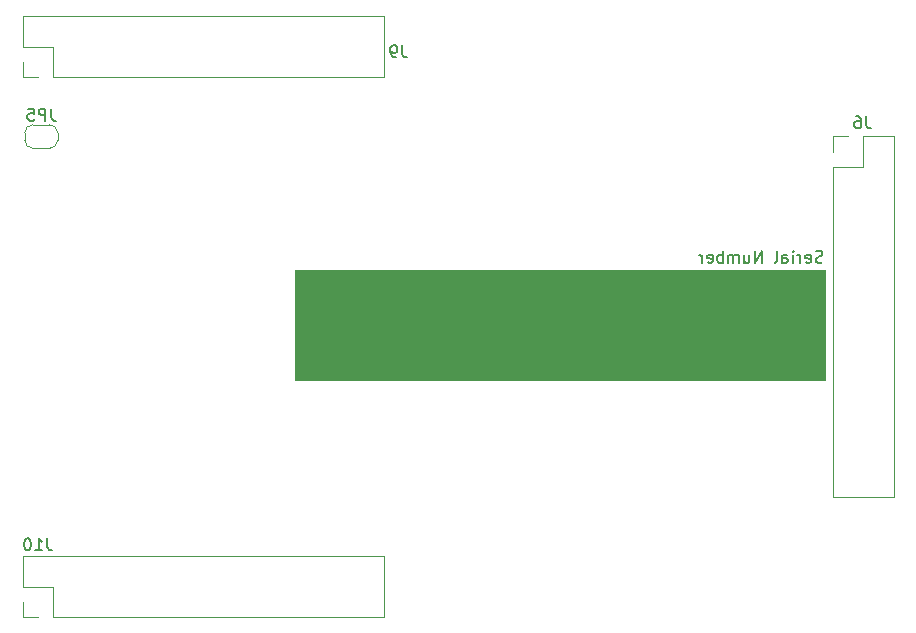
<source format=gbr>
%TF.GenerationSoftware,KiCad,Pcbnew,(5.0.2)-1*%
%TF.CreationDate,2019-05-26T18:44:40-03:00*%
%TF.ProjectId,dragonmanh7,64726167-6f6e-46d6-916e-68372e6b6963,rev?*%
%TF.SameCoordinates,Original*%
%TF.FileFunction,Legend,Bot*%
%TF.FilePolarity,Positive*%
%FSLAX46Y46*%
G04 Gerber Fmt 4.6, Leading zero omitted, Abs format (unit mm)*
G04 Created by KiCad (PCBNEW (5.0.2)-1) date 26/05/2019 18:44:40*
%MOMM*%
%LPD*%
G01*
G04 APERTURE LIST*
%ADD10C,0.150000*%
%ADD11C,0.100000*%
%ADD12C,0.120000*%
G04 APERTURE END LIST*
D10*
X183225864Y-50000801D02*
X183083007Y-50048420D01*
X182844911Y-50048420D01*
X182749673Y-50000801D01*
X182702054Y-49953182D01*
X182654435Y-49857944D01*
X182654435Y-49762706D01*
X182702054Y-49667468D01*
X182749673Y-49619849D01*
X182844911Y-49572230D01*
X183035388Y-49524611D01*
X183130626Y-49476992D01*
X183178245Y-49429373D01*
X183225864Y-49334135D01*
X183225864Y-49238897D01*
X183178245Y-49143659D01*
X183130626Y-49096040D01*
X183035388Y-49048420D01*
X182797292Y-49048420D01*
X182654435Y-49096040D01*
X181844911Y-50000801D02*
X181940149Y-50048420D01*
X182130626Y-50048420D01*
X182225864Y-50000801D01*
X182273483Y-49905563D01*
X182273483Y-49524611D01*
X182225864Y-49429373D01*
X182130626Y-49381754D01*
X181940149Y-49381754D01*
X181844911Y-49429373D01*
X181797292Y-49524611D01*
X181797292Y-49619849D01*
X182273483Y-49715087D01*
X181368721Y-50048420D02*
X181368721Y-49381754D01*
X181368721Y-49572230D02*
X181321102Y-49476992D01*
X181273483Y-49429373D01*
X181178245Y-49381754D01*
X181083007Y-49381754D01*
X180749673Y-50048420D02*
X180749673Y-49381754D01*
X180749673Y-49048420D02*
X180797292Y-49096040D01*
X180749673Y-49143659D01*
X180702054Y-49096040D01*
X180749673Y-49048420D01*
X180749673Y-49143659D01*
X179844911Y-50048420D02*
X179844911Y-49524611D01*
X179892530Y-49429373D01*
X179987768Y-49381754D01*
X180178245Y-49381754D01*
X180273483Y-49429373D01*
X179844911Y-50000801D02*
X179940149Y-50048420D01*
X180178245Y-50048420D01*
X180273483Y-50000801D01*
X180321102Y-49905563D01*
X180321102Y-49810325D01*
X180273483Y-49715087D01*
X180178245Y-49667468D01*
X179940149Y-49667468D01*
X179844911Y-49619849D01*
X179225864Y-50048420D02*
X179321102Y-50000801D01*
X179368721Y-49905563D01*
X179368721Y-49048420D01*
X178083007Y-50048420D02*
X178083007Y-49048420D01*
X177511578Y-50048420D01*
X177511578Y-49048420D01*
X176606816Y-49381754D02*
X176606816Y-50048420D01*
X177035388Y-49381754D02*
X177035388Y-49905563D01*
X176987768Y-50000801D01*
X176892530Y-50048420D01*
X176749673Y-50048420D01*
X176654435Y-50000801D01*
X176606816Y-49953182D01*
X176130626Y-50048420D02*
X176130626Y-49381754D01*
X176130626Y-49476992D02*
X176083007Y-49429373D01*
X175987768Y-49381754D01*
X175844911Y-49381754D01*
X175749673Y-49429373D01*
X175702054Y-49524611D01*
X175702054Y-50048420D01*
X175702054Y-49524611D02*
X175654435Y-49429373D01*
X175559197Y-49381754D01*
X175416340Y-49381754D01*
X175321102Y-49429373D01*
X175273483Y-49524611D01*
X175273483Y-50048420D01*
X174797292Y-50048420D02*
X174797292Y-49048420D01*
X174797292Y-49429373D02*
X174702054Y-49381754D01*
X174511578Y-49381754D01*
X174416340Y-49429373D01*
X174368721Y-49476992D01*
X174321102Y-49572230D01*
X174321102Y-49857944D01*
X174368721Y-49953182D01*
X174416340Y-50000801D01*
X174511578Y-50048420D01*
X174702054Y-50048420D01*
X174797292Y-50000801D01*
X173511578Y-50000801D02*
X173606816Y-50048420D01*
X173797292Y-50048420D01*
X173892530Y-50000801D01*
X173940149Y-49905563D01*
X173940149Y-49524611D01*
X173892530Y-49429373D01*
X173797292Y-49381754D01*
X173606816Y-49381754D01*
X173511578Y-49429373D01*
X173463959Y-49524611D01*
X173463959Y-49619849D01*
X173940149Y-49715087D01*
X173035388Y-50048420D02*
X173035388Y-49381754D01*
X173035388Y-49572230D02*
X172987768Y-49476992D01*
X172940149Y-49429373D01*
X172844911Y-49381754D01*
X172749673Y-49381754D01*
D11*
G36*
X138610340Y-50650140D02*
X183441340Y-50650140D01*
X183441340Y-60025280D01*
X138610340Y-60025280D01*
X138610340Y-50650140D01*
G37*
X138610340Y-50650140D02*
X183441340Y-50650140D01*
X183441340Y-60025280D01*
X138610340Y-60025280D01*
X138610340Y-50650140D01*
D12*
X117794000Y-38370000D02*
X116394000Y-38370000D01*
X115694000Y-39070000D02*
X115694000Y-39670000D01*
X116394000Y-40370000D02*
X117794000Y-40370000D01*
X118494000Y-39670000D02*
X118494000Y-39070000D01*
X118494000Y-39070000D02*
G75*
G03X117794000Y-38370000I-700000J0D01*
G01*
X117794000Y-40370000D02*
G75*
G03X118494000Y-39670000I0J700000D01*
G01*
X115694000Y-39670000D02*
G75*
G03X116394000Y-40370000I700000J0D01*
G01*
X116394000Y-38370000D02*
G75*
G03X115694000Y-39070000I0J-700000D01*
G01*
X115510000Y-29150000D02*
X115510000Y-31750000D01*
X115510000Y-29150000D02*
X146110000Y-29150000D01*
X146110000Y-29150000D02*
X146110000Y-34350000D01*
X118110000Y-34350000D02*
X146110000Y-34350000D01*
X118110000Y-31750000D02*
X118110000Y-34350000D01*
X115510000Y-31750000D02*
X118110000Y-31750000D01*
X115510000Y-34350000D02*
X116840000Y-34350000D01*
X115510000Y-33020000D02*
X115510000Y-34350000D01*
X115510000Y-74870000D02*
X115510000Y-77470000D01*
X115510000Y-74870000D02*
X146110000Y-74870000D01*
X146110000Y-74870000D02*
X146110000Y-80070000D01*
X118110000Y-80070000D02*
X146110000Y-80070000D01*
X118110000Y-77470000D02*
X118110000Y-80070000D01*
X115510000Y-77470000D02*
X118110000Y-77470000D01*
X115510000Y-80070000D02*
X116840000Y-80070000D01*
X115510000Y-78740000D02*
X115510000Y-80070000D01*
X185420000Y-39310000D02*
X184090000Y-39310000D01*
X184090000Y-39310000D02*
X184090000Y-40640000D01*
X186690000Y-39310000D02*
X186690000Y-41910000D01*
X186690000Y-41910000D02*
X184090000Y-41910000D01*
X184090000Y-41910000D02*
X184090000Y-69910000D01*
X189290000Y-69910000D02*
X184090000Y-69910000D01*
X189290000Y-39310000D02*
X189290000Y-69910000D01*
X189290000Y-39310000D02*
X186690000Y-39310000D01*
D10*
X117927333Y-37022380D02*
X117927333Y-37736666D01*
X117974952Y-37879523D01*
X118070190Y-37974761D01*
X118213047Y-38022380D01*
X118308285Y-38022380D01*
X117451142Y-38022380D02*
X117451142Y-37022380D01*
X117070190Y-37022380D01*
X116974952Y-37070000D01*
X116927333Y-37117619D01*
X116879714Y-37212857D01*
X116879714Y-37355714D01*
X116927333Y-37450952D01*
X116974952Y-37498571D01*
X117070190Y-37546190D01*
X117451142Y-37546190D01*
X115974952Y-37022380D02*
X116451142Y-37022380D01*
X116498761Y-37498571D01*
X116451142Y-37450952D01*
X116355904Y-37403333D01*
X116117809Y-37403333D01*
X116022571Y-37450952D01*
X115974952Y-37498571D01*
X115927333Y-37593809D01*
X115927333Y-37831904D01*
X115974952Y-37927142D01*
X116022571Y-37974761D01*
X116117809Y-38022380D01*
X116355904Y-38022380D01*
X116451142Y-37974761D01*
X116498761Y-37927142D01*
X147658413Y-31657040D02*
X147658413Y-32371326D01*
X147706032Y-32514183D01*
X147801270Y-32609421D01*
X147944127Y-32657040D01*
X148039365Y-32657040D01*
X147134603Y-32657040D02*
X146944127Y-32657040D01*
X146848889Y-32609421D01*
X146801270Y-32561802D01*
X146706032Y-32418945D01*
X146658413Y-32228469D01*
X146658413Y-31847517D01*
X146706032Y-31752279D01*
X146753651Y-31704660D01*
X146848889Y-31657040D01*
X147039365Y-31657040D01*
X147134603Y-31704660D01*
X147182222Y-31752279D01*
X147229841Y-31847517D01*
X147229841Y-32085612D01*
X147182222Y-32180850D01*
X147134603Y-32228469D01*
X147039365Y-32276088D01*
X146848889Y-32276088D01*
X146753651Y-32228469D01*
X146706032Y-32180850D01*
X146658413Y-32085612D01*
X117591103Y-73391780D02*
X117591103Y-74106066D01*
X117638722Y-74248923D01*
X117733960Y-74344161D01*
X117876818Y-74391780D01*
X117972056Y-74391780D01*
X116591103Y-74391780D02*
X117162532Y-74391780D01*
X116876818Y-74391780D02*
X116876818Y-73391780D01*
X116972056Y-73534638D01*
X117067294Y-73629876D01*
X117162532Y-73677495D01*
X115972056Y-73391780D02*
X115876818Y-73391780D01*
X115781580Y-73439400D01*
X115733960Y-73487019D01*
X115686341Y-73582257D01*
X115638722Y-73772733D01*
X115638722Y-74010828D01*
X115686341Y-74201304D01*
X115733960Y-74296542D01*
X115781580Y-74344161D01*
X115876818Y-74391780D01*
X115972056Y-74391780D01*
X116067294Y-74344161D01*
X116114913Y-74296542D01*
X116162532Y-74201304D01*
X116210151Y-74010828D01*
X116210151Y-73772733D01*
X116162532Y-73582257D01*
X116114913Y-73487019D01*
X116067294Y-73439400D01*
X115972056Y-73391780D01*
X186947133Y-37669220D02*
X186947133Y-38383506D01*
X186994752Y-38526363D01*
X187089990Y-38621601D01*
X187232847Y-38669220D01*
X187328085Y-38669220D01*
X186042371Y-37669220D02*
X186232847Y-37669220D01*
X186328085Y-37716840D01*
X186375704Y-37764459D01*
X186470942Y-37907316D01*
X186518561Y-38097792D01*
X186518561Y-38478744D01*
X186470942Y-38573982D01*
X186423323Y-38621601D01*
X186328085Y-38669220D01*
X186137609Y-38669220D01*
X186042371Y-38621601D01*
X185994752Y-38573982D01*
X185947133Y-38478744D01*
X185947133Y-38240649D01*
X185994752Y-38145411D01*
X186042371Y-38097792D01*
X186137609Y-38050173D01*
X186328085Y-38050173D01*
X186423323Y-38097792D01*
X186470942Y-38145411D01*
X186518561Y-38240649D01*
M02*

</source>
